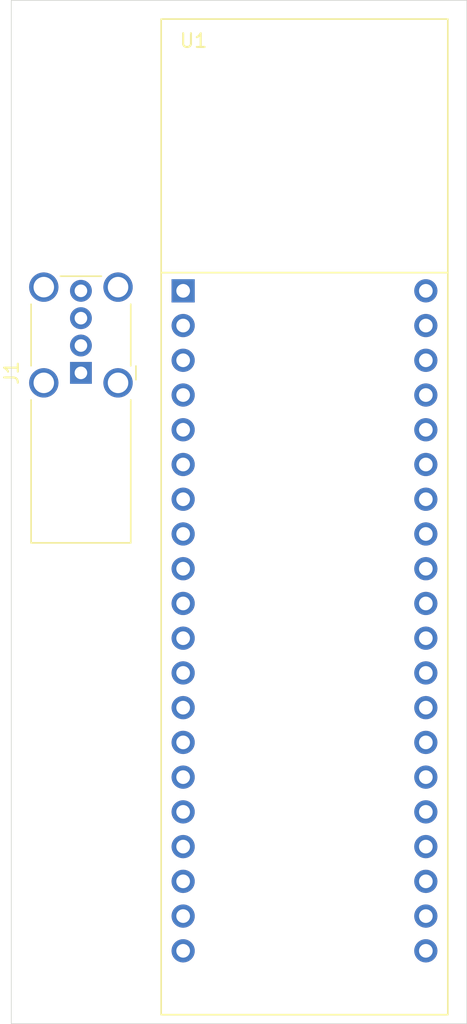
<source format=kicad_pcb>
(kicad_pcb (version 20240108) (generator "pcbnew") (generator_version "8.0")
  (layers (0 "F.Cu" signal) (31 "B.Cu" signal) (34 "B.Paste" user) (35 "F.Paste" user) (36 "B.SilkS" user "B.Silkscreen") (37 "F.SilkS" user "F.Silkscreen") (38 "B.Mask" user) (39 "F.Mask" user) (44 "Edge.Cuts" user))
  (net 0 "")
  (net 1 "GND")
  (net 2 "/USB_D_N")
  (net 3 "/USB_D_P")
  (net 4 "/VBUS")
  (footprint "esp-ups-snmp-Library:waveshare_esp32-s3_eth" (layer "F.Cu") (at 129.24 77.7)
    (property "Reference" "U1" (at 0.762 -18.288 0) (layer "F.SilkS"))
    (property "Value" "~")
    (fp_line (start -1.61 -19.87) (end -1.61 -1.33) (stroke (width 0.12)) (layer "F.SilkS"))
    (fp_line (start -1.61 -19.87) (end 19.39 -19.87) (stroke (width 0.12)) (layer "F.SilkS"))
    (fp_line (start -1.61 -1.33) (end -1.61 52.93) (stroke (width 0.12)) (layer "F.SilkS"))
    (fp_line (start -1.61 -1.33) (end 19.39 -1.33) (stroke (width 0.12)) (layer "F.SilkS"))
    (fp_line (start -1.61 52.93) (end 19.39 52.93) (stroke (width 0.12)) (layer "F.SilkS"))
    (fp_line (start 19.39 -19.87) (end 19.39 -1.33) (stroke (width 0.12)) (layer "F.SilkS"))
    (fp_line (start 19.39 -1.33) (end 19.39 52.93) (stroke (width 0.12)) (layer "F.SilkS"))
    (pad "" np_thru_hole circle (at -0.24 -2.8) (size 1.66 1.66) (drill 1.66) (layers "F&B.Cu") (clearance 0.1))
    (pad "" np_thru_hole circle (at -0.24 51.35) (size 1.66 1.66) (drill 1.66) (layers "F&B.Cu") (clearance 0.1))
    (pad "" np_thru_hole circle (at 18.01 -2.8) (size 1.66 1.66) (drill 1.66) (layers "F&B.Cu") (clearance 0.1))
    (pad "" np_thru_hole circle (at 18.01 51.35) (size 1.66 1.66) (drill 1.66) (layers "F&B.Cu") (clearance 0.1))
    (pad "1" thru_hole rect (at 0 0) (size 1.7 1.7) (drill 1) (layers "*.Cu" "*.Mask") (net 3 "/USB_D_P"))
    (pad "2" thru_hole oval (at 0 2.54) (size 1.7 1.7) (drill 1) (layers "*.Cu" "*.Mask") (net 2 "/USB_D_N"))
    (pad "3" thru_hole oval (at 0 5.08) (size 1.7 1.7) (drill 1) (layers "*.Cu" "*.Mask"))
    (pad "4" thru_hole oval (at 0 7.62) (size 1.7 1.7) (drill 1) (layers "*.Cu" "*.Mask"))
    (pad "5" thru_hole oval (at 0 10.16) (size 1.7 1.7) (drill 1) (layers "*.Cu" "*.Mask"))
    (pad "6" thru_hole oval (at 0 12.7) (size 1.7 1.7) (drill 1) (layers "*.Cu" "*.Mask"))
    (pad "7" thru_hole oval (at 0 15.24) (size 1.7 1.7) (drill 1) (layers "*.Cu" "*.Mask"))
    (pad "8" thru_hole oval (at 0 17.78) (size 1.7 1.7) (drill 1) (layers "*.Cu" "*.Mask"))
    (pad "9" thru_hole oval (at 0 20.32) (size 1.7 1.7) (drill 1) (layers "*.Cu" "*.Mask"))
    (pad "10" thru_hole oval (at 0 22.86) (size 1.7 1.7) (drill 1) (layers "*.Cu" "*.Mask"))
    (pad "11" thru_hole oval (at 0 25.4) (size 1.7 1.7) (drill 1) (layers "*.Cu" "*.Mask"))
    (pad "12" thru_hole oval (at 0 27.94) (size 1.7 1.7) (drill 1) (layers "*.Cu" "*.Mask"))
    (pad "13" thru_hole oval (at 0 30.48) (size 1.7 1.7) (drill 1) (layers "*.Cu" "*.Mask"))
    (pad "14" thru_hole oval (at 0 33.02) (size 1.7 1.7) (drill 1) (layers "*.Cu" "*.Mask"))
    (pad "15" thru_hole oval (at 0 35.56) (size 1.7 1.7) (drill 1) (layers "*.Cu" "*.Mask"))
    (pad "16" thru_hole oval (at 0 38.1) (size 1.7 1.7) (drill 1) (layers "*.Cu" "*.Mask"))
    (pad "17" thru_hole oval (at 0 40.64) (size 1.7 1.7) (drill 1) (layers "*.Cu" "*.Mask"))
    (pad "18" thru_hole oval (at 0 43.18) (size 1.7 1.7) (drill 1) (layers "*.Cu" "*.Mask"))
    (pad "19" thru_hole oval (at 0 45.72) (size 1.7 1.7) (drill 1) (layers "*.Cu" "*.Mask"))
    (pad "20" thru_hole oval (at 0 48.26) (size 1.7 1.7) (drill 1) (layers "*.Cu" "*.Mask"))
    (pad "21" thru_hole oval (at 17.78 48.26) (size 1.7 1.7) (drill 1) (layers "*.Cu" "*.Mask"))
    (pad "22" thru_hole oval (at 17.78 45.72) (size 1.7 1.7) (drill 1) (layers "*.Cu" "*.Mask"))
    (pad "23" thru_hole oval (at 17.78 43.18) (size 1.7 1.7) (drill 1) (layers "*.Cu" "*.Mask"))
    (pad "24" thru_hole oval (at 17.78 40.64) (size 1.7 1.7) (drill 1) (layers "*.Cu" "*.Mask"))
    (pad "25" thru_hole oval (at 17.78 38.1) (size 1.7 1.7) (drill 1) (layers "*.Cu" "*.Mask"))
    (pad "26" thru_hole oval (at 17.78 35.56) (size 1.7 1.7) (drill 1) (layers "*.Cu" "*.Mask"))
    (pad "27" thru_hole oval (at 17.78 33.02) (size 1.7 1.7) (drill 1) (layers "*.Cu" "*.Mask"))
    (pad "28" thru_hole oval (at 17.78 30.48) (size 1.7 1.7) (drill 1) (layers "*.Cu" "*.Mask"))
    (pad "29" thru_hole oval (at 17.78 27.94) (size 1.7 1.7) (drill 1) (layers "*.Cu" "*.Mask"))
    (pad "30" thru_hole oval (at 17.78 25.4) (size 1.7 1.7) (drill 1) (layers "*.Cu" "*.Mask"))
    (pad "31" thru_hole oval (at 17.78 22.86) (size 1.7 1.7) (drill 1) (layers "*.Cu" "*.Mask"))
    (pad "32" thru_hole oval (at 17.78 20.32) (size 1.7 1.7) (drill 1) (layers "*.Cu" "*.Mask"))
    (pad "33" thru_hole oval (at 17.78 17.78) (size 1.7 1.7) (drill 1) (layers "*.Cu" "*.Mask"))
    (pad "34" thru_hole oval (at 17.78 15.24) (size 1.7 1.7) (drill 1) (layers "*.Cu" "*.Mask"))
    (pad "35" thru_hole oval (at 17.78 12.7) (size 1.7 1.7) (drill 1) (layers "*.Cu" "*.Mask"))
    (pad "36" thru_hole oval (at 17.78 10.16) (size 1.7 1.7) (drill 1) (layers "*.Cu" "*.Mask"))
    (pad "37" thru_hole oval (at 17.78 7.62) (size 1.7 1.7) (drill 1) (layers "*.Cu" "*.Mask"))
    (pad "38" thru_hole oval (at 17.78 5.08) (size 1.7 1.7) (drill 1) (layers "*.Cu" "*.Mask"))
    (pad "39" thru_hole oval (at 17.78 2.54) (size 1.7 1.7) (drill 1) (layers "*.Cu" "*.Mask"))
    (pad "40" thru_hole oval (at 17.78 0) (size 1.7 1.7) (drill 1) (layers "*.Cu" "*.Mask") (net 4 "/VBUS"))
  )
  (footprint "Connector_USB:USB_A_Wuerth_614004134726_Horizontal" (layer "F.Cu") (at 121.75 83.7 90)
    (property "Reference" "J1" (at 0 -5.08 90) (layer "F.SilkS"))
    (property "Value" "USB_A")
    (fp_line (start 0.52 -3.65) (end 5.02 -3.65) (stroke (width 0.12)) (layer "F.SilkS"))
    (fp_line (start -12.43 -3.65) (end -1.98 -3.65) (stroke (width 0.12)) (layer "F.SilkS"))
    (fp_line (start -12.43 -3.65) (end -12.43 3.65) (stroke (width 0.12)) (layer "F.SilkS"))
    (fp_line (start 7.07 -1.5) (end 7.07 1.5) (stroke (width 0.12)) (layer "F.SilkS"))
    (fp_line (start 0.52 3.65) (end 5.02 3.65) (stroke (width 0.12)) (layer "F.SilkS"))
    (fp_line (start -12.43 3.65) (end -1.98 3.65) (stroke (width 0.12)) (layer "F.SilkS"))
    (fp_line (start -0.5 4.03) (end 0.5 4.03) (stroke (width 0.12)) (layer "F.SilkS"))
    (pad "1" thru_hole rect (at 0 0 90) (size 1.6 1.6) (drill 0.92) (layers "*.Cu" "*.Mask") (net 4 "/VBUS"))
    (pad "2" thru_hole circle (at 2 0 90) (size 1.6 1.6) (drill 0.92) (layers "*.Cu" "*.Mask") (net 2 "/USB_D_N"))
    (pad "3" thru_hole circle (at 4 0 90) (size 1.6 1.6) (drill 0.92) (layers "*.Cu" "*.Mask") (net 3 "/USB_D_P"))
    (pad "4" thru_hole circle (at 6 0 90) (size 1.6 1.6) (drill 0.92) (layers "*.Cu" "*.Mask") (net 1 "GND"))
    (pad "5" thru_hole circle (at -0.73 -2.72 90) (size 2.15 2.15) (drill 1.5) (layers "*.Cu" "*.Mask") (net 1 "GND"))
    (pad "5" thru_hole circle (at -0.73 2.72 90) (size 2.15 2.15) (drill 1.5) (layers "*.Cu" "*.Mask") (net 1 "GND"))
    (pad "5" thru_hole circle (at 6.27 -2.72 90) (size 2.15 2.15) (drill 1.5) (layers "*.Cu" "*.Mask") (net 1 "GND"))
    (pad "5" thru_hole circle (at 6.27 2.72 90) (size 2.15 2.15) (drill 1.5) (layers "*.Cu" "*.Mask") (net 1 "GND"))
  )
  (gr_rect (start 116.65 56.46) (end 150.02 131.29) (stroke (width 0.05)) (fill none) (layer "Edge.Cuts"))
)
</source>
